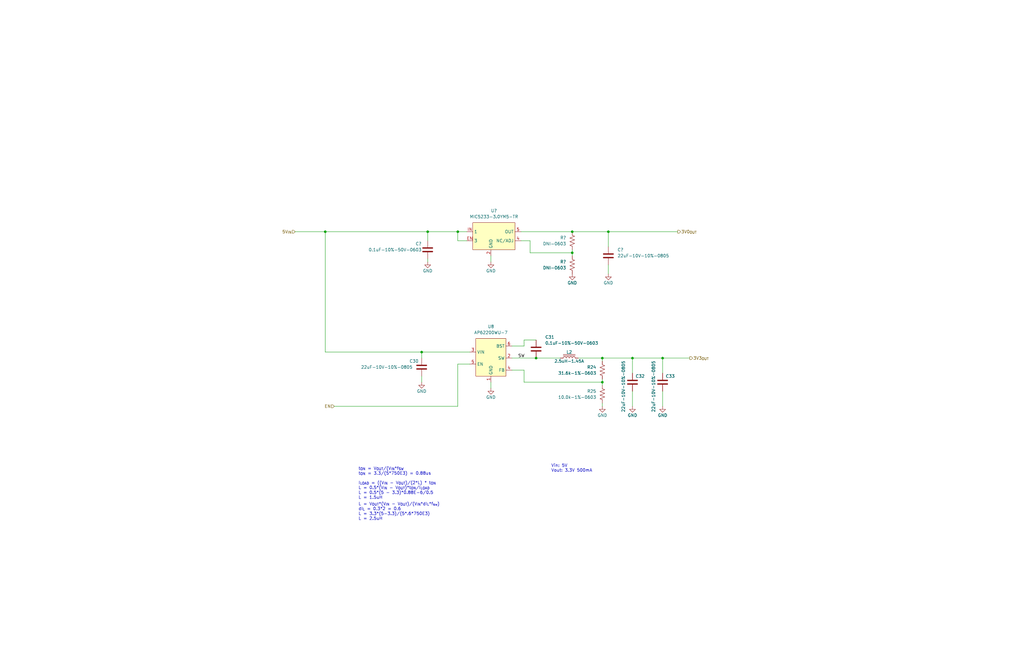
<source format=kicad_sch>
(kicad_sch (version 20211123) (generator eeschema)
  (paper "USLedger")
  (title_block (title "Pi Power Board 2") (date "2022-11-11") (rev "1") (company "971 Spartan Robotics"))
  (lib_symbols
    (symbol "Device:C" (pin_numbers hide) (pin_names (offset 0.254))
      (property "Reference" "C" (at 0.635 2.54 0))
      (property "Value" "C" (at 0.635 -2.54 0))
      (symbol "C_0_1"
        (polyline (pts (xy -2.032 -0.762) (xy 2.032 -0.762)) (stroke (width 0.508)))
        (polyline (pts (xy -2.032 0.762) (xy 2.032 0.762)) (stroke (width 0.508)))
      )
      (symbol "C_1_1"
        (pin passive line (at 0 3.81 270) (length 2.794) (name "~") (number "1"))
        (pin passive line (at 0 -3.81 90) (length 2.794) (name "~") (number "2"))
      )
    )
    (symbol "Device:L_Iron" (pin_numbers hide) (pin_names (offset 1.016) hide)
      (property "Reference" "L" (at -1.27 0 90))
      (property "Value" "L_Iron" (at 2.794 0 90))
      (symbol "L_Iron_0_1"
        (arc (start 0 -2.54) (mid 0.635 -1.905) (end 0 -1.27))
        (arc (start 0 -1.27) (mid 0.635 -0.635) (end 0 0))
        (polyline (pts (xy 1.016 2.54) (xy 1.016 -2.54)))
        (polyline (pts (xy 1.524 -2.54) (xy 1.524 2.54)))
        (arc (start 0 0) (mid 0.635 0.635) (end 0 1.27))
        (arc (start 0 1.27) (mid 0.635 1.905) (end 0 2.54))
      )
      (symbol "L_Iron_1_1"
        (pin passive line (at 0 3.81 270) (length 1.27) (name "1") (number "1"))
        (pin passive line (at 0 -3.81 90) (length 1.27) (name "2") (number "2"))
      )
    )
    (symbol "Device:R_US" (pin_numbers hide) (pin_names (offset 0))
      (property "Reference" "R" (at 2.54 0 90))
      (property "Value" "R_US" (at -2.54 0 90))
      (symbol "R_US_0_1"
        (polyline (pts (xy 0 -2.286) (xy 0 -2.54)))
        (polyline (pts (xy 0 2.286) (xy 0 2.54)))
        (polyline (pts (xy 0 -0.762) (xy 1.016 -1.143) (xy 0 -1.524) (xy -1.016 -1.905) (xy 0 -2.286)))
        (polyline (pts (xy 0 0.762) (xy 1.016 0.381) (xy 0 0) (xy -1.016 -0.381) (xy 0 -0.762)))
        (polyline (pts (xy 0 2.286) (xy 1.016 1.905) (xy 0 1.524) (xy -1.016 1.143) (xy 0 0.762)))
      )
      (symbol "R_US_1_1"
        (pin passive line (at 0 3.81 270) (length 1.27) (name "~") (number "1"))
        (pin passive line (at 0 -3.81 90) (length 1.27) (name "~") (number "2"))
      )
    )
    (symbol "PI-Power-Board:AP62200WU-7"
      (property "Reference" "U" (at 0 0 0))
      (property "Value" "AP62200WU-7" (at 0 0 0))
      (symbol "AP62200WU-7_0_0"
        (pin output line (at 15.24 -8.255 180) (length 2.54) (name "SW") (number "2"))
        (pin power_in line (at -2.54 -5.715 0) (length 2.54) (name "VIN") (number "3"))
        (pin input line (at 15.24 -13.335 180) (length 2.54) (name "FB") (number "4"))
        (pin input line (at -2.54 -10.795 0) (length 2.54) (name "EN") (number "5"))
        (pin passive line (at 15.24 -3.175 180) (length 2.54) (name "BST") (number "6"))
      )
      (symbol "AP62200WU-7_0_1"
        (rectangle (start 0 0) (end 12.7 -15.875) (fill (type background)))
      )
      (symbol "AP62200WU-7_1_1"
        (pin passive line (at 6.35 -18.415 90) (length 2.54) (name "GND") (number "1"))
      )
    )
    (symbol "PI-Power-Board:MIC5233-3.0YM5-TR"
      (property "Reference" "U" (at 0 0 0))
      (property "Value" "MIC5233-3.0YM5-TR" (at 0 0 0))
      (symbol "MIC5233-3.0YM5-TR_0_1"
        (rectangle (start 0 0) (end 17.78 -11.43) (fill (type background)))
      )
      (symbol "MIC5233-3.0YM5-TR_1_1"
        (pin passive line (at 7.62 -13.97 90) (length 2.54) (name "GND") (number "2"))
        (pin power_in line (at 20.32 -7.62 180) (length 2.54) (name "NC/ADJ") (number "4"))
        (pin power_out line (at 20.32 -3.81 180) (length 2.54) (name "OUT") (number "5"))
        (pin input line (at -2.54 -7.62 0) (length 2.54) (name "3") (number "EN"))
        (pin power_in line (at -2.54 -3.81 0) (length 2.54) (name "1") (number "IN"))
      )
    )
    (symbol "power:GND" (power) (pin_names (offset 0))
      (property "Value" "GND" (at 0 -3.81 0))
      (symbol "GND_0_1"
        (polyline (pts (xy 0 0) (xy 0 -1.27) (xy 1.27 -1.27) (xy 0 -2.54) (xy -1.27 -1.27) (xy 0 -1.27)))
      )
      (symbol "GND_1_1"
        (pin power_in line (at 0 0 270) (length 0) hide (name "GND") (number "1"))
      )
    )
  )
  (junction (at 137.16 97.79))
  (junction (at 241.3 106.68))
  (junction (at 226.06 151.13))
  (junction (at 177.8 148.59))
  (junction (at 193.04 97.79))
  (junction (at 279.4 151.13))
  (junction (at 254 161.29))
  (junction (at 254 151.13))
  (junction (at 241.3 97.79))
  (junction (at 266.7 151.13))
  (junction (at 180.34 97.79))
  (junction (at 256.54 97.79))
  (wire (pts (xy 279.4 151.13) (xy 279.4 157.48)))
  (wire (pts (xy 279.4 165.1) (xy 279.4 171.45)))
  (wire (pts (xy 256.54 97.79) (xy 256.54 104.14)))
  (wire (pts (xy 219.71 97.79) (xy 241.3 97.79)))
  (wire (pts (xy 219.71 101.6) (xy 223.52 101.6)))
  (wire (pts (xy 220.98 156.21) (xy 220.98 161.29)))
  (wire (pts (xy 254 151.13) (xy 254 152.4)))
  (wire (pts (xy 180.34 97.79) (xy 180.34 101.6)))
  (wire (pts (xy 243.84 151.13) (xy 254 151.13)))
  (wire (pts (xy 124.46 97.79) (xy 137.16 97.79)))
  (wire (pts (xy 193.04 97.79) (xy 196.85 97.79)))
  (wire (pts (xy 177.8 158.75) (xy 177.8 161.29)))
  (wire (pts (xy 215.9 156.21) (xy 220.98 156.21)))
  (wire (pts (xy 254 160.02) (xy 254 161.29)))
  (wire (pts (xy 220.98 146.05) (xy 220.98 143.51)))
  (wire (pts (xy 215.9 151.13) (xy 226.06 151.13)))
  (wire (pts (xy 177.8 151.13) (xy 177.8 148.59)))
  (wire (pts (xy 220.98 146.05) (xy 215.9 146.05)))
  (wire (pts (xy 256.54 97.79) (xy 285.75 97.79)))
  (wire (pts (xy 266.7 165.1) (xy 266.7 171.45)))
  (wire (pts (xy 177.8 148.59) (xy 198.12 148.59)))
  (wire (pts (xy 256.54 111.76) (xy 256.54 115.57)))
  (wire (pts (xy 241.3 106.68) (xy 241.3 107.95)))
  (wire (pts (xy 220.98 161.29) (xy 254 161.29)))
  (wire (pts (xy 193.04 101.6) (xy 193.04 97.79)))
  (wire (pts (xy 254 151.13) (xy 266.7 151.13)))
  (wire (pts (xy 207.01 163.83) (xy 207.01 161.29)))
  (wire (pts (xy 137.16 97.79) (xy 137.16 148.59)))
  (wire (pts (xy 266.7 151.13) (xy 266.7 157.48)))
  (wire (pts (xy 196.85 101.6) (xy 193.04 101.6)))
  (wire (pts (xy 266.7 151.13) (xy 279.4 151.13)))
  (wire (pts (xy 180.34 109.22) (xy 180.34 110.49)))
  (wire (pts (xy 140.97 171.45) (xy 193.04 171.45)))
  (wire (pts (xy 223.52 101.6) (xy 223.52 106.68)))
  (wire (pts (xy 180.34 97.79) (xy 193.04 97.79)))
  (wire (pts (xy 207.01 110.49) (xy 207.01 107.95)))
  (wire (pts (xy 254 170.18) (xy 254 171.45)))
  (wire (pts (xy 193.04 153.67) (xy 193.04 171.45)))
  (wire (pts (xy 137.16 148.59) (xy 177.8 148.59)))
  (wire (pts (xy 198.12 153.67) (xy 193.04 153.67)))
  (wire (pts (xy 254 161.29) (xy 254 162.56)))
  (wire (pts (xy 241.3 97.79) (xy 256.54 97.79)))
  (wire (pts (xy 220.98 143.51) (xy 226.06 143.51)))
  (wire (pts (xy 137.16 97.79) (xy 180.34 97.79)))
  (wire (pts (xy 226.06 151.13) (xy 236.22 151.13)))
  (wire (pts (xy 241.3 105.41) (xy 241.3 106.68)))
  (wire (pts (xy 223.52 106.68) (xy 241.3 106.68)))
  (wire (pts (xy 279.4 151.13) (xy 290.83 151.13)))
  (text "Vin: 5V\nVout: 3.3V 500mA" (at 232.41 199.39 0) (effects (font (size 1.27 1.27)) (justify left bottom)))
  (text "I_{LOAD} = ((V_{IN} - V_{OUT})/(2*L) * t_{ON}\nL = 0.5*(V_{IN} - V_{OUT})*t_{ON}/I_{LOAD}\nL = 0.5*(5 - 3.3)*0.88E-6/0.5\nL = 1.5uH" (at 151.13 210.82 0) (effects (font (size 1.27 1.27)) (justify left bottom)))
  (text "L = V_{OUT}*(V_{IN} - V_{OUT})/(V_{IN}*dI_{L}*f_{sw})\ndI_{L} = 0.3*2 = 0.6\nL = 3.3*(5-3.3)/(5*.6*750E3)\nL = 2.5uH" (at 151.13 219.71 0) (effects (font (size 1.27 1.27)) (justify left bottom)))
  (text "t_{ON} = V_{OUT}/(V_{IN}*f_{SW}\nt_{ON} = 3.3/(5*750E3) = 0.88us" (at 151.13 200.66 0) (effects (font (size 1.27 1.27)) (justify left bottom)))
  (label "SW" (at 218.44 151.13 0))
  (hierarchical_label "EN" (shape input) (at 140.97 171.45 180))
  (hierarchical_label "3V3_{OUT}" (shape output) (at 290.83 151.13 0))
  (hierarchical_label "5V_{IN}" (shape input) (at 124.46 97.79 180))
  (hierarchical_label "3V0_{OUT}" (shape output) (at 285.75 97.79 0))
  (symbol (lib_id "Device:R_US") (at 254 166.37 0) (unit 1)
    (property "Reference" "R25" (at 251.46 165.1 0) (effects (justify right)))
    (property "Value" "10.0k-1%-0603" (at 251.46 167.64 0) (effects (justify right)))
    (property "Footprint" "Resistor_SMD:R_0603_1608Metric" (effects hide))
  )
  (symbol (lib_id "Device:R_US") (at 254 156.21 0) (unit 1)
    (property "Reference" "R24" (at 251.46 154.94 0) (effects (justify right)))
    (property "Value" "31.6k-1%-0603" (at 251.46 157.48 0) (effects (justify right)))
    (property "Footprint" "Resistor_SMD:R_0603_1608Metric" (effects hide))
  )
  (symbol (lib_id "PI-Power-Board:AP62200WU-7") (at 200.66 142.875 0) (unit 1)
    (property "Reference" "U8" (at 207.01 137.795 0))
    (property "Value" "AP62200WU-7" (at 207.01 140.335 0))
    (property "Footprint" "Package_TO_SOT_SMD:TSOT-23-6" (effects hide))
    (property "Datasheet" "https://www.diodes.com/assets/Datasheets/AP62200_AP62201_AP62200T.pdf" (effects hide))
    (property "MFG" "Diodes Inc" (effects hide))
    (property "MFG P/N" "AP62200WU-7" (effects hide))
  )
  (symbol (lib_id "power:GND") (at 180.34 110.49 0) (unit 1)
    (property "Reference" "#PWR?" (effects hide))
    (property "Value" "GND" (at 180.34 114.3 0))
  )
  (symbol (lib_id "power:GND") (at 279.4 171.45 0) (unit 1)
    (property "Reference" "#PWR023" (effects hide))
    (property "Value" "GND" (at 279.4 175.26 0))
  )
  (symbol (lib_id "Device:C") (at 177.8 154.94 0) (unit 1)
    (property "Reference" "C30" (at 176.53 152.4 0) (effects (justify right)))
    (property "Value" "22uF-10V-10%-0805" (at 173.99 154.94 0) (effects (justify right)))
    (property "Footprint" "Capacitor_SMD:C_0805_2012Metric" (effects hide))
    (property "MFG" "Samsung Electro-Mechanics" (effects hide))
    (property "MFG P/N" "CL21A226KPCLRNC" (effects hide))
  )
  (symbol (lib_id "Device:R_US") (at 241.3 101.6 0) (unit 1)
    (property "Reference" "R?" (at 238.76 100.33 0) (effects (justify right)))
    (property "Value" "DNI-0603" (at 238.76 102.87 0) (effects (justify right)))
    (property "Footprint" "Resistor_SMD:R_0603_1608Metric" (effects hide))
  )
  (symbol (lib_id "power:GND") (at 207.01 163.83 0) (unit 1)
    (property "Reference" "#PWR020" (effects hide))
    (property "Value" "GND" (at 207.01 167.64 0))
  )
  (symbol (lib_id "power:GND") (at 266.7 171.45 0) (unit 1)
    (property "Reference" "#PWR022" (effects hide))
    (property "Value" "GND" (at 266.7 175.26 0))
  )
  (symbol (lib_id "power:GND") (at 254 171.45 0) (unit 1)
    (property "Reference" "#PWR021" (effects hide))
    (property "Value" "GND" (at 254 175.26 0))
  )
  (symbol (lib_id "Device:C") (at 266.7 161.29 0) (unit 1)
    (property "Reference" "C32" (at 267.97 158.75 0) (effects (justify left)))
    (property "Value" "22uF-10V-10%-0805" (at 262.89 173.99 90) (effects (justify left)))
    (property "Footprint" "Capacitor_SMD:C_0805_2012Metric" (effects hide))
    (property "MFG" "Samsung Electro-Mechanics" (effects hide))
    (property "MFG P/N" "CL21A226KPCLRNC" (effects hide))
  )
  (symbol (lib_id "Device:C") (at 279.4 161.29 0) (unit 1)
    (property "Reference" "C33" (at 280.67 158.75 0) (effects (justify left)))
    (property "Value" "22uF-10V-10%-0805" (at 275.59 173.99 90) (effects (justify left)))
    (property "Footprint" "Capacitor_SMD:C_0805_2012Metric" (effects hide))
    (property "MFG" "Samsung Electro-Mechanics" (effects hide))
    (property "MFG P/N" "CL21A226KPCLRNC" (effects hide))
  )
  (symbol (lib_id "Device:R_US") (at 241.3 111.76 0) (unit 1)
    (property "Reference" "R?" (at 238.76 110.49 0) (effects (justify right)))
    (property "Value" "DNI-0603" (at 238.76 113.03 0) (effects (justify right)))
    (property "Footprint" "Resistor_SMD:R_0603_1608Metric" (effects hide))
  )
  (symbol (lib_id "power:GND") (at 177.8 161.29 0) (unit 1)
    (property "Reference" "#PWR019" (effects hide))
    (property "Value" "GND" (at 177.8 165.1 0))
  )
  (symbol (lib_id "PI-Power-Board:MIC5233-3.0YM5-TR") (at 199.39 93.98 0) (unit 1)
    (property "Reference" "U?" (at 208.28 88.9 0))
    (property "Value" "MIC5233-3.0YM5-TR" (at 208.28 91.44 0))
    (property "Footprint" "Package_TO_SOT_SMD:SOT-23-5" (effects hide))
    (property "Datasheet" "https://ww1.microchip.com/downloads/aemDocuments/documents/OTH/ProductDocuments/DataSheets/MIC5233-Data-Sheet-DS20006033D.pdf" (effects hide))
    (property "MFG" "Microchip" (effects hide))
    (property "MFG P/N" "MIC5233-3.0YM5-TR" (effects hide))
  )
  (symbol (lib_id "power:GND") (at 256.54 115.57 0) (unit 1)
    (property "Reference" "#PWR?" (effects hide))
    (property "Value" "GND" (at 256.54 119.38 0))
  )
  (symbol (lib_id "power:GND") (at 207.01 110.49 0) (unit 1)
    (property "Reference" "#PWR?" (effects hide))
    (property "Value" "GND" (at 207.01 114.3 0))
  )
  (symbol (lib_id "Device:C") (at 256.54 107.95 0) (unit 1)
    (property "Reference" "C?" (at 260.35 105.41 0) (effects (justify left)))
    (property "Value" "22uF-10V-10%-0805" (at 260.35 107.95 0) (effects (justify left)))
    (property "Footprint" "Capacitor_SMD:C_0805_2012Metric" (effects hide))
    (property "MFG" "Samsung Electro-Mechanics" (effects hide))
    (property "MFG P/N" "CL21A226KPCLRNC" (effects hide))
  )
  (symbol (lib_id "Device:L_Iron") (at 240.03 151.13 90) (unit 1)
    (property "Reference" "L2" (at 240.03 148.59 90))
    (property "Value" "2.5uH-1.45A" (at 240.03 152.4 90))
    (property "Footprint" "PI-Power-Board:WE-TPC-744031002" (effects hide))
    (property "Datasheet" "https://www.we-online.com/katalog/datasheet/744031002.pdf" (effects hide))
    (property "MFG" "Wurth Electronik" (effects hide))
    (property "MFG P/N" "744031002" (effects hide))
  )
  (symbol (lib_id "Device:C") (at 226.06 147.32 0) (unit 1)
    (property "Reference" "C31" (at 229.87 142.24 0) (effects (justify left)))
    (property "Value" "0.1uF-10%-50V-0603" (at 229.87 144.78 0) (effects (justify left)))
    (property "Footprint" "Capacitor_SMD:C_0603_1608Metric" (effects hide))
  )
  (symbol (lib_id "power:GND") (at 241.3 115.57 0) (unit 1)
    (property "Reference" "#PWR?" (effects hide))
    (property "Value" "GND" (at 241.3 119.38 0))
  )
  (symbol (lib_id "Device:C") (at 180.34 105.41 0) (mirror y) (unit 1)
    (property "Reference" "C?" (at 177.8 102.87 0) (effects (justify left)))
    (property "Value" "0.1uF-10%-50V-0603" (at 177.8 105.41 0) (effects (justify left)))
    (property "Footprint" "Capacitor_SMD:C_0603_1608Metric" (effects hide))
  )
)
</source>
